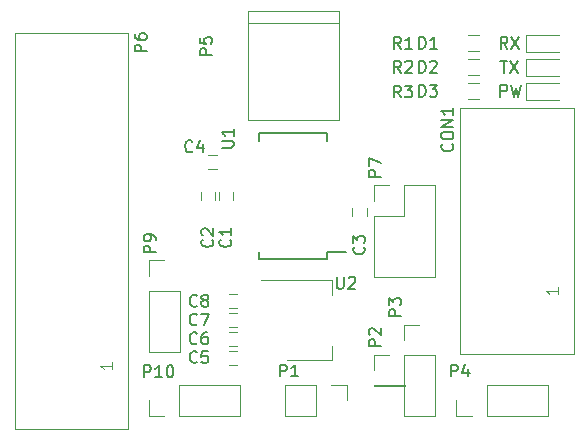
<source format=gto>
G04 #@! TF.GenerationSoftware,KiCad,Pcbnew,(2017-05-12 revision b823d0b78)-makepkg*
G04 #@! TF.CreationDate,2017-05-13T14:09:32+02:00*
G04 #@! TF.ProjectId,jtagTc2050Adaptor,6A74616754633230353041646170746F,1.0*
G04 #@! TF.FileFunction,Legend,Top*
G04 #@! TF.FilePolarity,Positive*
%FSLAX46Y46*%
G04 Gerber Fmt 4.6, Leading zero omitted, Abs format (unit mm)*
G04 Created by KiCad (PCBNEW (2017-05-12 revision b823d0b78)-makepkg) date 05/13/17 14:09:32*
%MOMM*%
%LPD*%
G01*
G04 APERTURE LIST*
%ADD10C,0.100000*%
%ADD11C,0.200000*%
%ADD12C,0.120000*%
%ADD13C,0.150000*%
G04 APERTURE END LIST*
D10*
D11*
X93718166Y-71191380D02*
X93718166Y-70191380D01*
X94099119Y-70191380D01*
X94194357Y-70239000D01*
X94241976Y-70286619D01*
X94289595Y-70381857D01*
X94289595Y-70524714D01*
X94241976Y-70619952D01*
X94194357Y-70667571D01*
X94099119Y-70715190D01*
X93718166Y-70715190D01*
X94622928Y-70191380D02*
X94861023Y-71191380D01*
X95051500Y-70477095D01*
X95241976Y-71191380D01*
X95480071Y-70191380D01*
X93726095Y-68159380D02*
X94297523Y-68159380D01*
X94011809Y-69159380D02*
X94011809Y-68159380D01*
X94535619Y-68159380D02*
X95202285Y-69159380D01*
X95202285Y-68159380D02*
X94535619Y-69159380D01*
X94321333Y-67127380D02*
X93988000Y-66651190D01*
X93749904Y-67127380D02*
X93749904Y-66127380D01*
X94130857Y-66127380D01*
X94226095Y-66175000D01*
X94273714Y-66222619D01*
X94321333Y-66317857D01*
X94321333Y-66460714D01*
X94273714Y-66555952D01*
X94226095Y-66603571D01*
X94130857Y-66651190D01*
X93749904Y-66651190D01*
X94654666Y-66127380D02*
X95321333Y-67127380D01*
X95321333Y-66127380D02*
X94654666Y-67127380D01*
D12*
X71085000Y-79279000D02*
X71085000Y-79979000D01*
X69885000Y-79979000D02*
X69885000Y-79279000D01*
X68361000Y-79979000D02*
X68361000Y-79279000D01*
X69561000Y-79279000D02*
X69561000Y-79979000D01*
X81188000Y-81310000D02*
X81188000Y-80610000D01*
X82388000Y-80610000D02*
X82388000Y-81310000D01*
X69692000Y-77308000D02*
X68992000Y-77308000D01*
X68992000Y-76108000D02*
X69692000Y-76108000D01*
X70709000Y-92681500D02*
X71409000Y-92681500D01*
X71409000Y-93881500D02*
X70709000Y-93881500D01*
X70706500Y-91094000D02*
X71406500Y-91094000D01*
X71406500Y-92294000D02*
X70706500Y-92294000D01*
X70706500Y-89506500D02*
X71406500Y-89506500D01*
X71406500Y-90706500D02*
X70706500Y-90706500D01*
X71406500Y-89119000D02*
X70706500Y-89119000D01*
X70706500Y-87919000D02*
X71406500Y-87919000D01*
X99923000Y-92960000D02*
X90323000Y-92960000D01*
X99923000Y-72140000D02*
X99923000Y-92960000D01*
X90323000Y-72140000D02*
X99923000Y-72140000D01*
X90323000Y-92960000D02*
X90323000Y-72140000D01*
X80705000Y-95571000D02*
X80705000Y-96901000D01*
X79375000Y-95571000D02*
X80705000Y-95571000D01*
X78105000Y-98231000D02*
X78105000Y-95571000D01*
X75505000Y-98231000D02*
X78105000Y-98231000D01*
X75505000Y-95571000D02*
X75505000Y-98231000D01*
X78105000Y-95571000D02*
X75505000Y-95571000D01*
X82998000Y-93031000D02*
X84328000Y-93031000D01*
X82998000Y-94361000D02*
X82998000Y-93031000D01*
X85658000Y-95631000D02*
X82998000Y-95631000D01*
X85658000Y-95691000D02*
X85658000Y-95631000D01*
X82998000Y-95691000D02*
X85658000Y-95691000D01*
X82998000Y-95631000D02*
X82998000Y-95691000D01*
X85538000Y-90491000D02*
X86868000Y-90491000D01*
X85538000Y-91821000D02*
X85538000Y-90491000D01*
X88198000Y-93091000D02*
X85538000Y-93091000D01*
X88198000Y-98231000D02*
X88198000Y-93091000D01*
X85538000Y-98231000D02*
X88198000Y-98231000D01*
X85538000Y-93091000D02*
X85538000Y-98231000D01*
X89983000Y-98231000D02*
X89983000Y-96901000D01*
X91313000Y-98231000D02*
X89983000Y-98231000D01*
X92583000Y-95571000D02*
X92583000Y-98231000D01*
X97723000Y-95571000D02*
X92583000Y-95571000D01*
X97723000Y-98231000D02*
X97723000Y-95571000D01*
X92583000Y-98231000D02*
X97723000Y-98231000D01*
X80050000Y-73165000D02*
X80050000Y-63965000D01*
X72350000Y-73165000D02*
X80050000Y-73165000D01*
X72350000Y-63965000D02*
X72350000Y-73165000D01*
X80050000Y-63965000D02*
X72350000Y-63965000D01*
X80050000Y-64965000D02*
X72350000Y-64965000D01*
X52604000Y-99310000D02*
X52604000Y-65790000D01*
X52604000Y-65790000D02*
X62204000Y-65790000D01*
X62204000Y-65790000D02*
X62204000Y-99310000D01*
X62204000Y-99310000D02*
X52604000Y-99310000D01*
X63948000Y-87630000D02*
X63948000Y-92770000D01*
X63948000Y-92770000D02*
X66608000Y-92770000D01*
X66608000Y-92770000D02*
X66608000Y-87630000D01*
X66608000Y-87630000D02*
X63948000Y-87630000D01*
X63948000Y-86360000D02*
X63948000Y-85030000D01*
X63948000Y-85030000D02*
X65278000Y-85030000D01*
X66548000Y-98231000D02*
X71688000Y-98231000D01*
X71688000Y-98231000D02*
X71688000Y-95571000D01*
X71688000Y-95571000D02*
X66548000Y-95571000D01*
X66548000Y-95571000D02*
X66548000Y-98231000D01*
X65278000Y-98231000D02*
X63948000Y-98231000D01*
X63948000Y-98231000D02*
X63948000Y-96901000D01*
D13*
X79075000Y-84379000D02*
X80675000Y-84379000D01*
X79075000Y-74304000D02*
X73325000Y-74304000D01*
X79075000Y-84954000D02*
X73325000Y-84954000D01*
X79075000Y-74304000D02*
X79075000Y-74954000D01*
X73325000Y-74304000D02*
X73325000Y-74954000D01*
X73325000Y-84954000D02*
X73325000Y-84304000D01*
X79075000Y-84954000D02*
X79075000Y-84379000D01*
D12*
X73433500Y-86696500D02*
X79443500Y-86696500D01*
X75683500Y-93516500D02*
X79443500Y-93516500D01*
X79443500Y-86696500D02*
X79443500Y-87956500D01*
X79443500Y-93516500D02*
X79443500Y-92256500D01*
X95863000Y-65975000D02*
X98663000Y-65975000D01*
X95863000Y-67375000D02*
X98663000Y-67375000D01*
X95863000Y-65975000D02*
X95863000Y-67375000D01*
X95863000Y-68007000D02*
X95863000Y-69407000D01*
X95863000Y-69407000D02*
X98663000Y-69407000D01*
X95863000Y-68007000D02*
X98663000Y-68007000D01*
X95863000Y-70039000D02*
X98663000Y-70039000D01*
X95863000Y-71439000D02*
X98663000Y-71439000D01*
X95863000Y-70039000D02*
X95863000Y-71439000D01*
X91940000Y-67355000D02*
X90940000Y-67355000D01*
X90940000Y-65995000D02*
X91940000Y-65995000D01*
X90940000Y-68027000D02*
X91940000Y-68027000D01*
X91940000Y-69387000D02*
X90940000Y-69387000D01*
X91940000Y-71419000D02*
X90940000Y-71419000D01*
X90940000Y-70059000D02*
X91940000Y-70059000D01*
X82998000Y-78680000D02*
X84328000Y-78680000D01*
X82998000Y-80010000D02*
X82998000Y-78680000D01*
X85598000Y-81280000D02*
X82998000Y-81280000D01*
X85598000Y-78680000D02*
X85598000Y-81280000D01*
X88198000Y-78680000D02*
X85598000Y-78680000D01*
X88198000Y-86420000D02*
X88198000Y-78680000D01*
X82998000Y-86420000D02*
X88198000Y-86420000D01*
X82998000Y-81280000D02*
X82998000Y-86420000D01*
D13*
X70842142Y-83288166D02*
X70889761Y-83335785D01*
X70937380Y-83478642D01*
X70937380Y-83573880D01*
X70889761Y-83716738D01*
X70794523Y-83811976D01*
X70699285Y-83859595D01*
X70508809Y-83907214D01*
X70365952Y-83907214D01*
X70175476Y-83859595D01*
X70080238Y-83811976D01*
X69985000Y-83716738D01*
X69937380Y-83573880D01*
X69937380Y-83478642D01*
X69985000Y-83335785D01*
X70032619Y-83288166D01*
X70937380Y-82335785D02*
X70937380Y-82907214D01*
X70937380Y-82621500D02*
X69937380Y-82621500D01*
X70080238Y-82716738D01*
X70175476Y-82811976D01*
X70223095Y-82907214D01*
X69318142Y-83288166D02*
X69365761Y-83335785D01*
X69413380Y-83478642D01*
X69413380Y-83573880D01*
X69365761Y-83716738D01*
X69270523Y-83811976D01*
X69175285Y-83859595D01*
X68984809Y-83907214D01*
X68841952Y-83907214D01*
X68651476Y-83859595D01*
X68556238Y-83811976D01*
X68461000Y-83716738D01*
X68413380Y-83573880D01*
X68413380Y-83478642D01*
X68461000Y-83335785D01*
X68508619Y-83288166D01*
X68508619Y-82907214D02*
X68461000Y-82859595D01*
X68413380Y-82764357D01*
X68413380Y-82526261D01*
X68461000Y-82431023D01*
X68508619Y-82383404D01*
X68603857Y-82335785D01*
X68699095Y-82335785D01*
X68841952Y-82383404D01*
X69413380Y-82954833D01*
X69413380Y-82335785D01*
X82145142Y-83923166D02*
X82192761Y-83970785D01*
X82240380Y-84113642D01*
X82240380Y-84208880D01*
X82192761Y-84351738D01*
X82097523Y-84446976D01*
X82002285Y-84494595D01*
X81811809Y-84542214D01*
X81668952Y-84542214D01*
X81478476Y-84494595D01*
X81383238Y-84446976D01*
X81288000Y-84351738D01*
X81240380Y-84208880D01*
X81240380Y-84113642D01*
X81288000Y-83970785D01*
X81335619Y-83923166D01*
X81240380Y-83589833D02*
X81240380Y-82970785D01*
X81621333Y-83304119D01*
X81621333Y-83161261D01*
X81668952Y-83066023D01*
X81716571Y-83018404D01*
X81811809Y-82970785D01*
X82049904Y-82970785D01*
X82145142Y-83018404D01*
X82192761Y-83066023D01*
X82240380Y-83161261D01*
X82240380Y-83446976D01*
X82192761Y-83542214D01*
X82145142Y-83589833D01*
X67651333Y-75795142D02*
X67603714Y-75842761D01*
X67460857Y-75890380D01*
X67365619Y-75890380D01*
X67222761Y-75842761D01*
X67127523Y-75747523D01*
X67079904Y-75652285D01*
X67032285Y-75461809D01*
X67032285Y-75318952D01*
X67079904Y-75128476D01*
X67127523Y-75033238D01*
X67222761Y-74938000D01*
X67365619Y-74890380D01*
X67460857Y-74890380D01*
X67603714Y-74938000D01*
X67651333Y-74985619D01*
X68508476Y-75223714D02*
X68508476Y-75890380D01*
X68270380Y-74842761D02*
X68032285Y-75557047D01*
X68651333Y-75557047D01*
X68032333Y-93638642D02*
X67984714Y-93686261D01*
X67841857Y-93733880D01*
X67746619Y-93733880D01*
X67603761Y-93686261D01*
X67508523Y-93591023D01*
X67460904Y-93495785D01*
X67413285Y-93305309D01*
X67413285Y-93162452D01*
X67460904Y-92971976D01*
X67508523Y-92876738D01*
X67603761Y-92781500D01*
X67746619Y-92733880D01*
X67841857Y-92733880D01*
X67984714Y-92781500D01*
X68032333Y-92829119D01*
X68937095Y-92733880D02*
X68460904Y-92733880D01*
X68413285Y-93210071D01*
X68460904Y-93162452D01*
X68556142Y-93114833D01*
X68794238Y-93114833D01*
X68889476Y-93162452D01*
X68937095Y-93210071D01*
X68984714Y-93305309D01*
X68984714Y-93543404D01*
X68937095Y-93638642D01*
X68889476Y-93686261D01*
X68794238Y-93733880D01*
X68556142Y-93733880D01*
X68460904Y-93686261D01*
X68413285Y-93638642D01*
X68032333Y-92051142D02*
X67984714Y-92098761D01*
X67841857Y-92146380D01*
X67746619Y-92146380D01*
X67603761Y-92098761D01*
X67508523Y-92003523D01*
X67460904Y-91908285D01*
X67413285Y-91717809D01*
X67413285Y-91574952D01*
X67460904Y-91384476D01*
X67508523Y-91289238D01*
X67603761Y-91194000D01*
X67746619Y-91146380D01*
X67841857Y-91146380D01*
X67984714Y-91194000D01*
X68032333Y-91241619D01*
X68889476Y-91146380D02*
X68699000Y-91146380D01*
X68603761Y-91194000D01*
X68556142Y-91241619D01*
X68460904Y-91384476D01*
X68413285Y-91574952D01*
X68413285Y-91955904D01*
X68460904Y-92051142D01*
X68508523Y-92098761D01*
X68603761Y-92146380D01*
X68794238Y-92146380D01*
X68889476Y-92098761D01*
X68937095Y-92051142D01*
X68984714Y-91955904D01*
X68984714Y-91717809D01*
X68937095Y-91622571D01*
X68889476Y-91574952D01*
X68794238Y-91527333D01*
X68603761Y-91527333D01*
X68508523Y-91574952D01*
X68460904Y-91622571D01*
X68413285Y-91717809D01*
X68032333Y-90463642D02*
X67984714Y-90511261D01*
X67841857Y-90558880D01*
X67746619Y-90558880D01*
X67603761Y-90511261D01*
X67508523Y-90416023D01*
X67460904Y-90320785D01*
X67413285Y-90130309D01*
X67413285Y-89987452D01*
X67460904Y-89796976D01*
X67508523Y-89701738D01*
X67603761Y-89606500D01*
X67746619Y-89558880D01*
X67841857Y-89558880D01*
X67984714Y-89606500D01*
X68032333Y-89654119D01*
X68365666Y-89558880D02*
X69032333Y-89558880D01*
X68603761Y-90558880D01*
X68032333Y-88876142D02*
X67984714Y-88923761D01*
X67841857Y-88971380D01*
X67746619Y-88971380D01*
X67603761Y-88923761D01*
X67508523Y-88828523D01*
X67460904Y-88733285D01*
X67413285Y-88542809D01*
X67413285Y-88399952D01*
X67460904Y-88209476D01*
X67508523Y-88114238D01*
X67603761Y-88019000D01*
X67746619Y-87971380D01*
X67841857Y-87971380D01*
X67984714Y-88019000D01*
X68032333Y-88066619D01*
X68603761Y-88399952D02*
X68508523Y-88352333D01*
X68460904Y-88304714D01*
X68413285Y-88209476D01*
X68413285Y-88161857D01*
X68460904Y-88066619D01*
X68508523Y-88019000D01*
X68603761Y-87971380D01*
X68794238Y-87971380D01*
X68889476Y-88019000D01*
X68937095Y-88066619D01*
X68984714Y-88161857D01*
X68984714Y-88209476D01*
X68937095Y-88304714D01*
X68889476Y-88352333D01*
X68794238Y-88399952D01*
X68603761Y-88399952D01*
X68508523Y-88447571D01*
X68460904Y-88495190D01*
X68413285Y-88590428D01*
X68413285Y-88780904D01*
X68460904Y-88876142D01*
X68508523Y-88923761D01*
X68603761Y-88971380D01*
X68794238Y-88971380D01*
X68889476Y-88923761D01*
X68937095Y-88876142D01*
X68984714Y-88780904D01*
X68984714Y-88590428D01*
X68937095Y-88495190D01*
X68889476Y-88447571D01*
X68794238Y-88399952D01*
X89638142Y-75191785D02*
X89685761Y-75239404D01*
X89733380Y-75382261D01*
X89733380Y-75477500D01*
X89685761Y-75620357D01*
X89590523Y-75715595D01*
X89495285Y-75763214D01*
X89304809Y-75810833D01*
X89161952Y-75810833D01*
X88971476Y-75763214D01*
X88876238Y-75715595D01*
X88781000Y-75620357D01*
X88733380Y-75477500D01*
X88733380Y-75382261D01*
X88781000Y-75239404D01*
X88828619Y-75191785D01*
X88733380Y-74572738D02*
X88733380Y-74382261D01*
X88781000Y-74287023D01*
X88876238Y-74191785D01*
X89066714Y-74144166D01*
X89400047Y-74144166D01*
X89590523Y-74191785D01*
X89685761Y-74287023D01*
X89733380Y-74382261D01*
X89733380Y-74572738D01*
X89685761Y-74667976D01*
X89590523Y-74763214D01*
X89400047Y-74810833D01*
X89066714Y-74810833D01*
X88876238Y-74763214D01*
X88781000Y-74667976D01*
X88733380Y-74572738D01*
X89733380Y-73715595D02*
X88733380Y-73715595D01*
X89733380Y-73144166D01*
X88733380Y-73144166D01*
X89733380Y-72144166D02*
X89733380Y-72715595D01*
X89733380Y-72429880D02*
X88733380Y-72429880D01*
X88876238Y-72525119D01*
X88971476Y-72620357D01*
X89019095Y-72715595D01*
D12*
X98565380Y-87324285D02*
X98565380Y-87895714D01*
X98565380Y-87610000D02*
X97565380Y-87610000D01*
X97708238Y-87705238D01*
X97803476Y-87800476D01*
X97851095Y-87895714D01*
D13*
X75080904Y-94876880D02*
X75080904Y-93876880D01*
X75461857Y-93876880D01*
X75557095Y-93924500D01*
X75604714Y-93972119D01*
X75652333Y-94067357D01*
X75652333Y-94210214D01*
X75604714Y-94305452D01*
X75557095Y-94353071D01*
X75461857Y-94400690D01*
X75080904Y-94400690D01*
X76604714Y-94876880D02*
X76033285Y-94876880D01*
X76319000Y-94876880D02*
X76319000Y-93876880D01*
X76223761Y-94019738D01*
X76128523Y-94114976D01*
X76033285Y-94162595D01*
X83573880Y-92305095D02*
X82573880Y-92305095D01*
X82573880Y-91924142D01*
X82621500Y-91828904D01*
X82669119Y-91781285D01*
X82764357Y-91733666D01*
X82907214Y-91733666D01*
X83002452Y-91781285D01*
X83050071Y-91828904D01*
X83097690Y-91924142D01*
X83097690Y-92305095D01*
X82669119Y-91352714D02*
X82621500Y-91305095D01*
X82573880Y-91209857D01*
X82573880Y-90971761D01*
X82621500Y-90876523D01*
X82669119Y-90828904D01*
X82764357Y-90781285D01*
X82859595Y-90781285D01*
X83002452Y-90828904D01*
X83573880Y-91400333D01*
X83573880Y-90781285D01*
X85288380Y-89765095D02*
X84288380Y-89765095D01*
X84288380Y-89384142D01*
X84336000Y-89288904D01*
X84383619Y-89241285D01*
X84478857Y-89193666D01*
X84621714Y-89193666D01*
X84716952Y-89241285D01*
X84764571Y-89288904D01*
X84812190Y-89384142D01*
X84812190Y-89765095D01*
X84288380Y-88860333D02*
X84288380Y-88241285D01*
X84669333Y-88574619D01*
X84669333Y-88431761D01*
X84716952Y-88336523D01*
X84764571Y-88288904D01*
X84859809Y-88241285D01*
X85097904Y-88241285D01*
X85193142Y-88288904D01*
X85240761Y-88336523D01*
X85288380Y-88431761D01*
X85288380Y-88717476D01*
X85240761Y-88812714D01*
X85193142Y-88860333D01*
X89558904Y-94876880D02*
X89558904Y-93876880D01*
X89939857Y-93876880D01*
X90035095Y-93924500D01*
X90082714Y-93972119D01*
X90130333Y-94067357D01*
X90130333Y-94210214D01*
X90082714Y-94305452D01*
X90035095Y-94353071D01*
X89939857Y-94400690D01*
X89558904Y-94400690D01*
X90987476Y-94210214D02*
X90987476Y-94876880D01*
X90749380Y-93829261D02*
X90511285Y-94543547D01*
X91130333Y-94543547D01*
X69286380Y-67667095D02*
X68286380Y-67667095D01*
X68286380Y-67286142D01*
X68334000Y-67190904D01*
X68381619Y-67143285D01*
X68476857Y-67095666D01*
X68619714Y-67095666D01*
X68714952Y-67143285D01*
X68762571Y-67190904D01*
X68810190Y-67286142D01*
X68810190Y-67667095D01*
X68286380Y-66190904D02*
X68286380Y-66667095D01*
X68762571Y-66714714D01*
X68714952Y-66667095D01*
X68667333Y-66571857D01*
X68667333Y-66333761D01*
X68714952Y-66238523D01*
X68762571Y-66190904D01*
X68857809Y-66143285D01*
X69095904Y-66143285D01*
X69191142Y-66190904D01*
X69238761Y-66238523D01*
X69286380Y-66333761D01*
X69286380Y-66571857D01*
X69238761Y-66667095D01*
X69191142Y-66714714D01*
X63761880Y-67349595D02*
X62761880Y-67349595D01*
X62761880Y-66968642D01*
X62809500Y-66873404D01*
X62857119Y-66825785D01*
X62952357Y-66778166D01*
X63095214Y-66778166D01*
X63190452Y-66825785D01*
X63238071Y-66873404D01*
X63285690Y-66968642D01*
X63285690Y-67349595D01*
X62761880Y-65921023D02*
X62761880Y-66111500D01*
X62809500Y-66206738D01*
X62857119Y-66254357D01*
X62999976Y-66349595D01*
X63190452Y-66397214D01*
X63571404Y-66397214D01*
X63666642Y-66349595D01*
X63714261Y-66301976D01*
X63761880Y-66206738D01*
X63761880Y-66016261D01*
X63714261Y-65921023D01*
X63666642Y-65873404D01*
X63571404Y-65825785D01*
X63333309Y-65825785D01*
X63238071Y-65873404D01*
X63190452Y-65921023D01*
X63142833Y-66016261D01*
X63142833Y-66206738D01*
X63190452Y-66301976D01*
X63238071Y-66349595D01*
X63333309Y-66397214D01*
D12*
X60846380Y-93674285D02*
X60846380Y-94245714D01*
X60846380Y-93960000D02*
X59846380Y-93960000D01*
X59989238Y-94055238D01*
X60084476Y-94150476D01*
X60132095Y-94245714D01*
D13*
X64523880Y-84367595D02*
X63523880Y-84367595D01*
X63523880Y-83986642D01*
X63571500Y-83891404D01*
X63619119Y-83843785D01*
X63714357Y-83796166D01*
X63857214Y-83796166D01*
X63952452Y-83843785D01*
X64000071Y-83891404D01*
X64047690Y-83986642D01*
X64047690Y-84367595D01*
X64523880Y-83319976D02*
X64523880Y-83129500D01*
X64476261Y-83034261D01*
X64428642Y-82986642D01*
X64285785Y-82891404D01*
X64095309Y-82843785D01*
X63714357Y-82843785D01*
X63619119Y-82891404D01*
X63571500Y-82939023D01*
X63523880Y-83034261D01*
X63523880Y-83224738D01*
X63571500Y-83319976D01*
X63619119Y-83367595D01*
X63714357Y-83415214D01*
X63952452Y-83415214D01*
X64047690Y-83367595D01*
X64095309Y-83319976D01*
X64142928Y-83224738D01*
X64142928Y-83034261D01*
X64095309Y-82939023D01*
X64047690Y-82891404D01*
X63952452Y-82843785D01*
X63555714Y-94940380D02*
X63555714Y-93940380D01*
X63936666Y-93940380D01*
X64031904Y-93988000D01*
X64079523Y-94035619D01*
X64127142Y-94130857D01*
X64127142Y-94273714D01*
X64079523Y-94368952D01*
X64031904Y-94416571D01*
X63936666Y-94464190D01*
X63555714Y-94464190D01*
X65079523Y-94940380D02*
X64508095Y-94940380D01*
X64793809Y-94940380D02*
X64793809Y-93940380D01*
X64698571Y-94083238D01*
X64603333Y-94178476D01*
X64508095Y-94226095D01*
X65698571Y-93940380D02*
X65793809Y-93940380D01*
X65889047Y-93988000D01*
X65936666Y-94035619D01*
X65984285Y-94130857D01*
X66031904Y-94321333D01*
X66031904Y-94559428D01*
X65984285Y-94749904D01*
X65936666Y-94845142D01*
X65889047Y-94892761D01*
X65793809Y-94940380D01*
X65698571Y-94940380D01*
X65603333Y-94892761D01*
X65555714Y-94845142D01*
X65508095Y-94749904D01*
X65460476Y-94559428D01*
X65460476Y-94321333D01*
X65508095Y-94130857D01*
X65555714Y-94035619D01*
X65603333Y-93988000D01*
X65698571Y-93940380D01*
X70127880Y-75501404D02*
X70937404Y-75501404D01*
X71032642Y-75453785D01*
X71080261Y-75406166D01*
X71127880Y-75310928D01*
X71127880Y-75120452D01*
X71080261Y-75025214D01*
X71032642Y-74977595D01*
X70937404Y-74929976D01*
X70127880Y-74929976D01*
X71127880Y-73929976D02*
X71127880Y-74501404D01*
X71127880Y-74215690D02*
X70127880Y-74215690D01*
X70270738Y-74310928D01*
X70365976Y-74406166D01*
X70413595Y-74501404D01*
X79883095Y-86447380D02*
X79883095Y-87256904D01*
X79930714Y-87352142D01*
X79978333Y-87399761D01*
X80073571Y-87447380D01*
X80264047Y-87447380D01*
X80359285Y-87399761D01*
X80406904Y-87352142D01*
X80454523Y-87256904D01*
X80454523Y-86447380D01*
X80883095Y-86542619D02*
X80930714Y-86495000D01*
X81025952Y-86447380D01*
X81264047Y-86447380D01*
X81359285Y-86495000D01*
X81406904Y-86542619D01*
X81454523Y-86637857D01*
X81454523Y-86733095D01*
X81406904Y-86875952D01*
X80835476Y-87447380D01*
X81454523Y-87447380D01*
X86828404Y-67127380D02*
X86828404Y-66127380D01*
X87066500Y-66127380D01*
X87209357Y-66175000D01*
X87304595Y-66270238D01*
X87352214Y-66365476D01*
X87399833Y-66555952D01*
X87399833Y-66698809D01*
X87352214Y-66889285D01*
X87304595Y-66984523D01*
X87209357Y-67079761D01*
X87066500Y-67127380D01*
X86828404Y-67127380D01*
X88352214Y-67127380D02*
X87780785Y-67127380D01*
X88066500Y-67127380D02*
X88066500Y-66127380D01*
X87971261Y-66270238D01*
X87876023Y-66365476D01*
X87780785Y-66413095D01*
X86828404Y-69159380D02*
X86828404Y-68159380D01*
X87066500Y-68159380D01*
X87209357Y-68207000D01*
X87304595Y-68302238D01*
X87352214Y-68397476D01*
X87399833Y-68587952D01*
X87399833Y-68730809D01*
X87352214Y-68921285D01*
X87304595Y-69016523D01*
X87209357Y-69111761D01*
X87066500Y-69159380D01*
X86828404Y-69159380D01*
X87780785Y-68254619D02*
X87828404Y-68207000D01*
X87923642Y-68159380D01*
X88161738Y-68159380D01*
X88256976Y-68207000D01*
X88304595Y-68254619D01*
X88352214Y-68349857D01*
X88352214Y-68445095D01*
X88304595Y-68587952D01*
X87733166Y-69159380D01*
X88352214Y-69159380D01*
X86828404Y-71191380D02*
X86828404Y-70191380D01*
X87066500Y-70191380D01*
X87209357Y-70239000D01*
X87304595Y-70334238D01*
X87352214Y-70429476D01*
X87399833Y-70619952D01*
X87399833Y-70762809D01*
X87352214Y-70953285D01*
X87304595Y-71048523D01*
X87209357Y-71143761D01*
X87066500Y-71191380D01*
X86828404Y-71191380D01*
X87733166Y-70191380D02*
X88352214Y-70191380D01*
X88018880Y-70572333D01*
X88161738Y-70572333D01*
X88256976Y-70619952D01*
X88304595Y-70667571D01*
X88352214Y-70762809D01*
X88352214Y-71000904D01*
X88304595Y-71096142D01*
X88256976Y-71143761D01*
X88161738Y-71191380D01*
X87876023Y-71191380D01*
X87780785Y-71143761D01*
X87733166Y-71096142D01*
X85304333Y-67127380D02*
X84971000Y-66651190D01*
X84732904Y-67127380D02*
X84732904Y-66127380D01*
X85113857Y-66127380D01*
X85209095Y-66175000D01*
X85256714Y-66222619D01*
X85304333Y-66317857D01*
X85304333Y-66460714D01*
X85256714Y-66555952D01*
X85209095Y-66603571D01*
X85113857Y-66651190D01*
X84732904Y-66651190D01*
X86256714Y-67127380D02*
X85685285Y-67127380D01*
X85971000Y-67127380D02*
X85971000Y-66127380D01*
X85875761Y-66270238D01*
X85780523Y-66365476D01*
X85685285Y-66413095D01*
X85304333Y-69159380D02*
X84971000Y-68683190D01*
X84732904Y-69159380D02*
X84732904Y-68159380D01*
X85113857Y-68159380D01*
X85209095Y-68207000D01*
X85256714Y-68254619D01*
X85304333Y-68349857D01*
X85304333Y-68492714D01*
X85256714Y-68587952D01*
X85209095Y-68635571D01*
X85113857Y-68683190D01*
X84732904Y-68683190D01*
X85685285Y-68254619D02*
X85732904Y-68207000D01*
X85828142Y-68159380D01*
X86066238Y-68159380D01*
X86161476Y-68207000D01*
X86209095Y-68254619D01*
X86256714Y-68349857D01*
X86256714Y-68445095D01*
X86209095Y-68587952D01*
X85637666Y-69159380D01*
X86256714Y-69159380D01*
X85304333Y-71254880D02*
X84971000Y-70778690D01*
X84732904Y-71254880D02*
X84732904Y-70254880D01*
X85113857Y-70254880D01*
X85209095Y-70302500D01*
X85256714Y-70350119D01*
X85304333Y-70445357D01*
X85304333Y-70588214D01*
X85256714Y-70683452D01*
X85209095Y-70731071D01*
X85113857Y-70778690D01*
X84732904Y-70778690D01*
X85637666Y-70254880D02*
X86256714Y-70254880D01*
X85923380Y-70635833D01*
X86066238Y-70635833D01*
X86161476Y-70683452D01*
X86209095Y-70731071D01*
X86256714Y-70826309D01*
X86256714Y-71064404D01*
X86209095Y-71159642D01*
X86161476Y-71207261D01*
X86066238Y-71254880D01*
X85780523Y-71254880D01*
X85685285Y-71207261D01*
X85637666Y-71159642D01*
X83573880Y-77954095D02*
X82573880Y-77954095D01*
X82573880Y-77573142D01*
X82621500Y-77477904D01*
X82669119Y-77430285D01*
X82764357Y-77382666D01*
X82907214Y-77382666D01*
X83002452Y-77430285D01*
X83050071Y-77477904D01*
X83097690Y-77573142D01*
X83097690Y-77954095D01*
X82573880Y-77049333D02*
X82573880Y-76382666D01*
X83573880Y-76811238D01*
M02*

</source>
